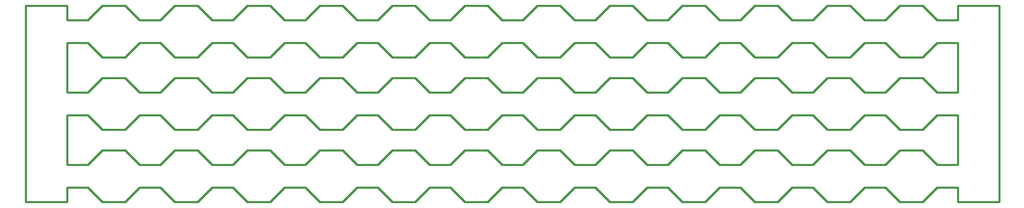
<source format=gbr>
G04 start of page 4 for group 2 idx 2 *
G04 Title: (unknown), outline *
G04 Creator: pcb 4.0.2 *
G04 CreationDate: Thu Oct 28 15:19:50 2021 UTC *
G04 For: ndholmes *
G04 Format: Gerber/RS-274X *
G04 PCB-Dimensions (mil): 4900.00 1150.00 *
G04 PCB-Coordinate-Origin: lower left *
%MOIN*%
%FSLAX25Y25*%
%LNOUTLINE*%
%ADD21C,0.0100*%
G54D21*X180000Y98000D02*X187000Y105000D01*
X198000D01*
X205000Y98000D01*
X215000D01*
X222000Y105000D01*
X233000D01*
X240000Y98000D01*
X250000D01*
X257000Y105000D01*
X268000D02*X275000Y98000D01*
X285000D01*
X292000Y105000D01*
X257000D02*X268000D01*
X292000D02*X303000D01*
X327000D02*X338000D01*
X362000D02*X373000D01*
X303000D02*X310000Y98000D01*
X320000D01*
X327000Y105000D01*
X338000D02*X345000Y98000D01*
X355000D01*
Y87000D02*X345000D01*
X338000Y80000D01*
X327000D01*
X320000Y87000D01*
X310000D01*
X303000Y80000D01*
X292000D01*
X285000Y87000D01*
X275000D01*
X268000Y80000D01*
X257000D01*
X250000Y87000D01*
X240000D01*
X233000Y80000D01*
X82000Y105000D02*X93000D01*
X117000D02*X128000D01*
X152000D02*X163000D01*
X93000D02*X100000Y98000D01*
X110000D01*
X117000Y105000D01*
X128000D02*X135000Y98000D01*
X145000D01*
X152000Y105000D01*
X163000D02*X170000Y98000D01*
X180000D01*
X233000Y80000D02*X222000D01*
X198000D02*X187000D01*
X163000D02*X152000D01*
X222000D02*X215000Y87000D01*
X205000D01*
X198000Y80000D01*
X187000D02*X180000Y87000D01*
X170000D01*
X163000Y80000D01*
X152000D02*X145000Y87000D01*
X135000D01*
X128000Y80000D01*
X117000D01*
X110000Y87000D01*
X100000D01*
X93000Y80000D01*
X82000D01*
X75000Y98000D02*X82000Y105000D01*
Y80000D02*X75000Y87000D01*
Y63000D02*X82000Y70000D01*
X93000D01*
X100000Y63000D01*
X110000D01*
X117000Y70000D01*
X128000D01*
X135000Y63000D01*
X145000D01*
X152000Y70000D01*
X163000D01*
X170000Y63000D01*
X233000Y45000D02*X222000D01*
X198000D02*X187000D01*
X163000D02*X152000D01*
X128000D02*X117000D01*
X93000D02*X82000D01*
X222000D02*X215000Y52000D01*
X205000D01*
X198000Y45000D01*
X187000D02*X180000Y52000D01*
X170000D01*
X163000Y45000D01*
X152000D02*X145000Y52000D01*
X135000D01*
X128000Y45000D01*
X117000D02*X110000Y52000D01*
X100000D01*
X93000Y45000D01*
X82000D02*X75000Y52000D01*
X170000Y63000D02*X180000D01*
X187000Y70000D01*
X198000D01*
X205000Y63000D01*
X215000D01*
X222000Y70000D01*
X233000D01*
X240000Y63000D01*
X250000D01*
X257000Y70000D01*
X268000D01*
X275000Y63000D01*
X285000D01*
X310000D02*X320000D01*
X327000Y70000D01*
X338000D01*
X345000Y63000D01*
X355000D01*
Y52000D02*X345000D01*
X338000Y45000D01*
X355000Y63000D02*X362000Y70000D01*
X373000D01*
X380000Y63000D01*
Y52000D02*X373000Y45000D01*
X362000D01*
X355000Y52000D01*
X338000Y45000D02*X327000D01*
X320000Y52000D01*
X310000D01*
X303000Y45000D01*
X285000Y63000D02*X292000Y70000D01*
X303000D01*
X310000Y63000D01*
X303000Y45000D02*X292000D01*
X285000Y52000D01*
X275000D01*
X268000Y45000D01*
X257000D01*
X250000Y52000D01*
X240000D01*
X233000Y45000D01*
X380000Y63000D02*X390000D01*
X415000D02*X425000D01*
X390000D02*X397000Y70000D01*
X415000Y63000D02*X408000Y70000D01*
X397000D01*
X390000Y52000D02*X380000D01*
X390000D02*X397000Y45000D01*
X408000D02*X397000D01*
X425000Y52000D02*X415000D01*
X408000Y45000D01*
X450000Y52000D02*X443000Y45000D01*
X425000Y52000D02*X432000Y45000D01*
X443000D01*
X450000Y63000D02*X443000Y70000D01*
X425000Y63000D02*X432000Y70000D01*
X443000D01*
X47000Y105000D02*X58000D01*
X65000Y98000D01*
Y87000D02*X58000Y80000D01*
X65000Y98000D02*X75000D01*
Y87000D02*X65000D01*
X40000Y98000D02*X47000Y105000D01*
X58000Y80000D02*X47000D01*
X40000Y87000D01*
X30000Y98000D02*X40000D01*
X30000Y105000D02*Y98000D01*
X10000Y105000D02*X30000D01*
Y87000D02*X40000D01*
Y63000D02*X47000Y70000D01*
X30000Y87000D02*Y63000D01*
X40000D01*
X10000Y105000D02*Y10000D01*
X65000Y28000D02*X75000D01*
X82000Y35000D01*
X93000D01*
X110000Y17000D02*X100000D01*
X93000Y10000D01*
X82000D01*
X75000Y17000D01*
X93000Y35000D02*X100000Y28000D01*
X110000D01*
X117000Y35000D01*
X128000D01*
X135000Y28000D01*
X145000D01*
X152000Y35000D01*
Y10000D02*X145000Y17000D01*
X135000D01*
X128000Y10000D01*
X117000D01*
X110000Y17000D01*
X47000Y70000D02*X58000D01*
X65000Y63000D01*
Y52000D02*X58000Y45000D01*
X47000D01*
X65000Y63000D02*X75000D01*
Y52000D02*X65000D01*
X40000Y28000D02*X47000Y35000D01*
Y10000D02*X40000Y17000D01*
X47000Y35000D02*X58000D01*
X65000Y28000D01*
Y17000D02*X58000Y10000D01*
X47000D01*
X75000Y17000D02*X65000D01*
X10000Y10000D02*X30000D01*
Y17000D02*Y10000D01*
Y17000D02*X40000D01*
X47000Y45000D02*X40000Y52000D01*
X30000D02*X40000D01*
X30000D02*Y28000D01*
X40000D01*
X152000Y35000D02*X163000D01*
X187000D02*X198000D01*
X222000D02*X233000D01*
X163000D02*X170000Y28000D01*
X180000D01*
X187000Y35000D01*
X198000D02*X205000Y28000D01*
X215000D01*
X222000Y35000D01*
X233000D02*X240000Y28000D01*
X250000D01*
X257000Y35000D01*
X268000D01*
X275000Y28000D01*
X285000D01*
X292000Y35000D01*
X303000D01*
X310000Y28000D01*
X320000D01*
X327000Y35000D02*X338000D01*
X362000D02*X373000D01*
X338000D02*X345000Y28000D01*
X355000D01*
X362000Y35000D01*
X373000D02*X380000Y28000D01*
Y17000D02*X373000Y10000D01*
X362000D01*
X355000Y17000D01*
X345000D01*
X320000Y28000D02*X327000Y35000D01*
X345000Y17000D02*X338000Y10000D01*
X327000D01*
X320000Y17000D01*
X310000D01*
X303000Y10000D01*
X292000D01*
X285000Y17000D01*
X275000D01*
X268000Y10000D01*
X257000D01*
X250000Y17000D01*
X240000D01*
X233000Y10000D01*
X222000D01*
X215000Y17000D01*
X205000D01*
X198000Y10000D01*
X187000D01*
X180000Y17000D01*
X170000D01*
X163000Y10000D01*
X152000D01*
X380000Y28000D02*X390000D01*
X415000D02*X425000D01*
X390000D02*X397000Y35000D01*
X415000Y28000D02*X408000Y35000D01*
X397000D01*
X390000Y17000D02*X380000D01*
X390000D02*X397000Y10000D01*
X408000D02*X397000D01*
X425000Y17000D02*X415000D01*
X408000Y10000D01*
X450000Y17000D02*X443000Y10000D01*
X425000Y17000D02*X432000Y10000D01*
X443000D01*
X450000Y28000D02*X443000Y35000D01*
X425000Y28000D02*X432000Y35000D01*
X443000D01*
X355000Y98000D02*X362000Y105000D01*
X373000D02*X380000Y98000D01*
Y87000D02*X373000Y80000D01*
X362000D01*
X355000Y87000D01*
X380000Y98000D02*X390000D01*
Y87000D02*X380000D01*
X390000Y98000D02*X397000Y105000D01*
X390000Y87000D02*X397000Y80000D01*
X415000Y98000D02*X425000D01*
Y87000D02*X415000D01*
Y98000D02*X408000Y105000D01*
X397000D01*
X415000Y87000D02*X408000Y80000D01*
X450000Y87000D02*X443000Y80000D01*
X425000Y87000D02*X432000Y80000D01*
X443000D01*
X408000D02*X397000D01*
X450000Y98000D02*X443000Y105000D01*
X425000Y98000D02*X432000Y105000D01*
X443000D01*
X450000Y98000D02*X460000D01*
Y105000D02*Y98000D01*
Y105000D02*X480000D01*
X450000Y87000D02*X460000D01*
X480000Y105000D02*Y10000D01*
X460000Y87000D02*Y63000D01*
X450000D02*X460000D01*
X450000Y52000D02*X460000D01*
Y28000D01*
X450000D02*X460000D01*
Y10000D02*X480000D01*
X460000Y17000D02*Y10000D01*
X450000Y17000D02*X460000D01*
M02*

</source>
